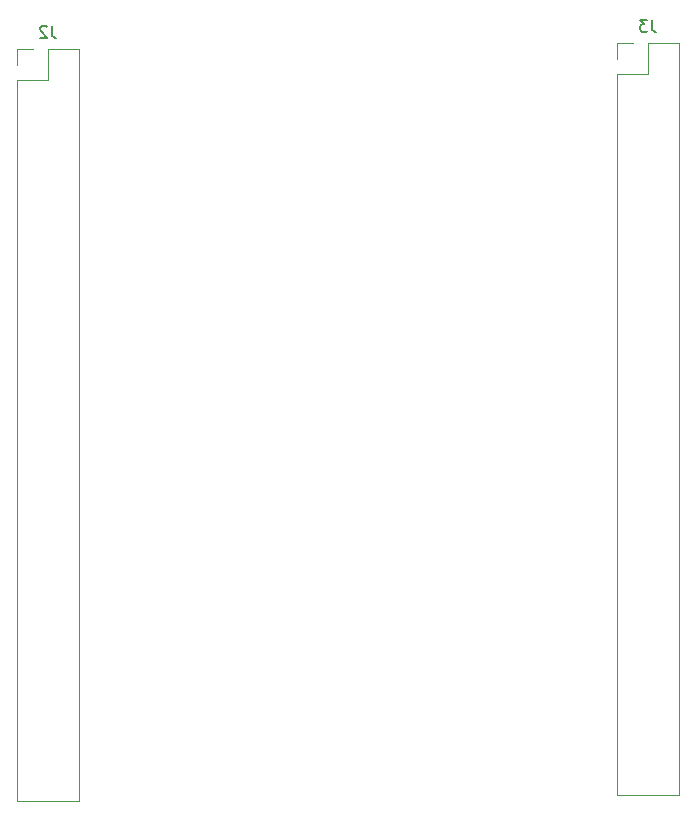
<source format=gbr>
G04 #@! TF.GenerationSoftware,KiCad,Pcbnew,(5.1.2)-2*
G04 #@! TF.CreationDate,2020-05-14T10:23:38+07:00*
G04 #@! TF.ProjectId,stm32_shield_test,73746d33-325f-4736-9869-656c645f7465,rev?*
G04 #@! TF.SameCoordinates,Original*
G04 #@! TF.FileFunction,Legend,Bot*
G04 #@! TF.FilePolarity,Positive*
%FSLAX46Y46*%
G04 Gerber Fmt 4.6, Leading zero omitted, Abs format (unit mm)*
G04 Created by KiCad (PCBNEW (5.1.2)-2) date 2020-05-14 10:23:38*
%MOMM*%
%LPD*%
G04 APERTURE LIST*
%ADD10C,0.120000*%
%ADD11C,0.150000*%
G04 APERTURE END LIST*
D10*
X149352000Y-65980000D02*
X148022000Y-65980000D01*
X148022000Y-65980000D02*
X148022000Y-67310000D01*
X150622000Y-65980000D02*
X150622000Y-68580000D01*
X150622000Y-68580000D02*
X148022000Y-68580000D01*
X148022000Y-68580000D02*
X148022000Y-129600000D01*
X153222000Y-129600000D02*
X148022000Y-129600000D01*
X153222000Y-65980000D02*
X153222000Y-129600000D01*
X153222000Y-65980000D02*
X150622000Y-65980000D01*
X102422000Y-66488000D02*
X99822000Y-66488000D01*
X102422000Y-66488000D02*
X102422000Y-130108000D01*
X102422000Y-130108000D02*
X97222000Y-130108000D01*
X97222000Y-69088000D02*
X97222000Y-130108000D01*
X99822000Y-69088000D02*
X97222000Y-69088000D01*
X99822000Y-66488000D02*
X99822000Y-69088000D01*
X97222000Y-66488000D02*
X97222000Y-67818000D01*
X98552000Y-66488000D02*
X97222000Y-66488000D01*
D11*
X150955333Y-63992380D02*
X150955333Y-64706666D01*
X151002952Y-64849523D01*
X151098190Y-64944761D01*
X151241047Y-64992380D01*
X151336285Y-64992380D01*
X150574380Y-63992380D02*
X149955333Y-63992380D01*
X150288666Y-64373333D01*
X150145809Y-64373333D01*
X150050571Y-64420952D01*
X150002952Y-64468571D01*
X149955333Y-64563809D01*
X149955333Y-64801904D01*
X150002952Y-64897142D01*
X150050571Y-64944761D01*
X150145809Y-64992380D01*
X150431523Y-64992380D01*
X150526761Y-64944761D01*
X150574380Y-64897142D01*
X100155333Y-64500380D02*
X100155333Y-65214666D01*
X100202952Y-65357523D01*
X100298190Y-65452761D01*
X100441047Y-65500380D01*
X100536285Y-65500380D01*
X99726761Y-64595619D02*
X99679142Y-64548000D01*
X99583904Y-64500380D01*
X99345809Y-64500380D01*
X99250571Y-64548000D01*
X99202952Y-64595619D01*
X99155333Y-64690857D01*
X99155333Y-64786095D01*
X99202952Y-64928952D01*
X99774380Y-65500380D01*
X99155333Y-65500380D01*
M02*

</source>
